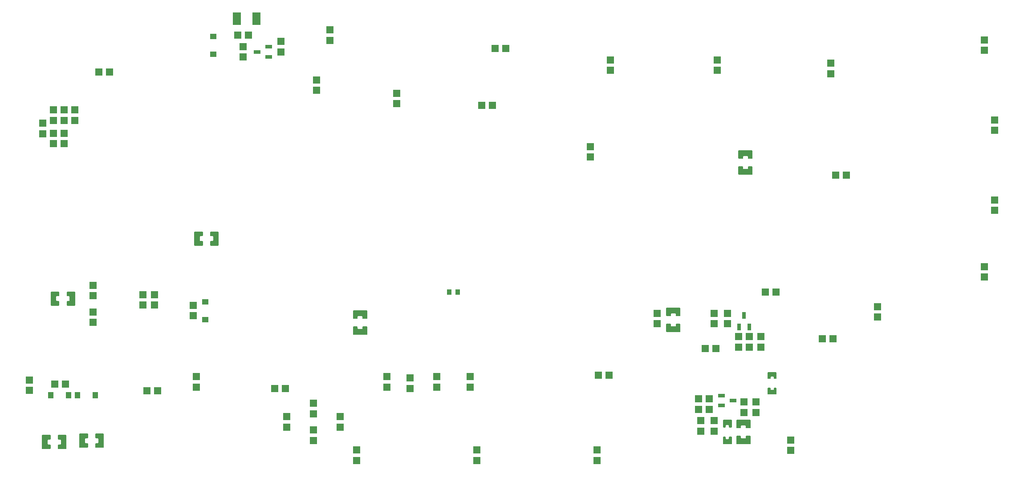
<source format=gbp>
G04 Layer: BottomPasteMaskLayer*
G04 EasyEDA v6.5.39, 2024-02-04 17:50:00*
G04 ca02cd42b7a24e50ad9d11446f9c8c94,5509f98a9368439c9cde498926e245b9,10*
G04 Gerber Generator version 0.2*
G04 Scale: 100 percent, Rotated: No, Reflected: No *
G04 Dimensions in inches *
G04 leading zeros omitted , absolute positions ,3 integer and 6 decimal *
%FSLAX36Y36*%
%MOIN*%

%AMMACRO1*21,1,$1,$2,0,0,$3*%
%ADD10MACRO1,0.025X0.05X-90.0000*%
%ADD11MACRO1,0.025X0.05X0.0000*%
%ADD12MACRO1,0.025X0.05X90.0000*%
%ADD13R,0.0532X0.0555*%
%ADD14MACRO1,0.0532X0.0555X0.0000*%
%ADD15MACRO1,0.0532X0.0555X-90.0000*%
%ADD16MACRO1,0.0532X0.0555X90.0000*%
%ADD17MACRO1,0.0374X0.0453X0.0000*%
%ADD18MACRO1,0.0374X0.0453X90.0000*%
%ADD19MACRO1,0.0935X0.0593X-90.0000*%
%ADD20MACRO1,0.0374X0.0453X-90.0000*%
%ADD21MACRO1,0.036X0.038X0.0000*%
%ADD22C,0.0141*%

%LPD*%
G36*
X5880460Y930560D02*
G01*
X5876520Y926620D01*
X5876520Y886940D01*
X5880460Y883020D01*
X5939539Y883020D01*
X5943480Y886940D01*
X5943480Y926620D01*
X5939539Y930560D01*
X5925320Y930560D01*
X5921380Y926620D01*
X5921380Y918319D01*
X5917440Y914380D01*
X5902560Y914380D01*
X5898620Y918319D01*
X5898620Y926620D01*
X5894680Y930560D01*
G37*
G36*
X5880460Y1046979D02*
G01*
X5876520Y1043060D01*
X5876520Y1003379D01*
X5880460Y999440D01*
X5894680Y999440D01*
X5898620Y1003379D01*
X5898620Y1011680D01*
X5902560Y1015620D01*
X5917440Y1015620D01*
X5921380Y1011680D01*
X5921380Y1003379D01*
X5925320Y999440D01*
X5939539Y999440D01*
X5943480Y1003379D01*
X5943480Y1043060D01*
X5939539Y1046979D01*
G37*
G36*
X447000Y578160D02*
G01*
X443080Y574220D01*
X443080Y475780D01*
X447000Y471840D01*
X503500Y471840D01*
X507440Y475780D01*
X507440Y503000D01*
X503500Y506920D01*
X489500Y506920D01*
X485560Y510860D01*
X485560Y539140D01*
X489500Y543080D01*
X503500Y543080D01*
X507440Y547000D01*
X507440Y574220D01*
X503500Y578160D01*
G37*
G36*
X566500Y578160D02*
G01*
X562560Y574220D01*
X562560Y547000D01*
X566500Y543080D01*
X580500Y543080D01*
X584440Y539140D01*
X584440Y510860D01*
X580500Y506920D01*
X566500Y506920D01*
X562560Y503000D01*
X562560Y475780D01*
X566500Y471840D01*
X623000Y471840D01*
X626920Y475780D01*
X626920Y574220D01*
X623000Y578160D01*
G37*
G36*
X727000Y588160D02*
G01*
X723080Y584220D01*
X723080Y485780D01*
X727000Y481840D01*
X783500Y481840D01*
X787440Y485780D01*
X787440Y513000D01*
X783500Y516920D01*
X769500Y516920D01*
X765560Y520860D01*
X765560Y549140D01*
X769500Y553080D01*
X783500Y553080D01*
X787440Y557000D01*
X787440Y584220D01*
X783500Y588160D01*
G37*
G36*
X846500Y588160D02*
G01*
X842560Y584220D01*
X842560Y557000D01*
X846500Y553080D01*
X860500Y553080D01*
X864440Y549140D01*
X864440Y520860D01*
X860500Y516920D01*
X846500Y516920D01*
X842560Y513000D01*
X842560Y485780D01*
X846500Y481840D01*
X903000Y481840D01*
X906919Y485780D01*
X906919Y584220D01*
X903000Y588160D01*
G37*
G36*
X631500Y1653160D02*
G01*
X627560Y1649220D01*
X627560Y1622000D01*
X631500Y1618080D01*
X645500Y1618080D01*
X649440Y1614139D01*
X649440Y1585860D01*
X645500Y1581920D01*
X631500Y1581920D01*
X627560Y1578000D01*
X627560Y1550780D01*
X631500Y1546840D01*
X688000Y1546840D01*
X691919Y1550780D01*
X691919Y1649220D01*
X688000Y1653160D01*
G37*
G36*
X512000Y1653160D02*
G01*
X508080Y1649220D01*
X508080Y1550780D01*
X512000Y1546840D01*
X568500Y1546840D01*
X572440Y1550780D01*
X572440Y1578000D01*
X568500Y1581920D01*
X554500Y1581920D01*
X550560Y1585860D01*
X550560Y1614139D01*
X554500Y1618080D01*
X568500Y1618080D01*
X572440Y1622000D01*
X572440Y1649220D01*
X568500Y1653160D01*
G37*
G36*
X1587000Y2103160D02*
G01*
X1583080Y2099220D01*
X1583080Y2000780D01*
X1587000Y1996840D01*
X1643500Y1996840D01*
X1647440Y2000780D01*
X1647440Y2028000D01*
X1643500Y2031920D01*
X1629500Y2031920D01*
X1625560Y2035860D01*
X1625560Y2064139D01*
X1629500Y2068080D01*
X1643500Y2068080D01*
X1647440Y2072000D01*
X1647440Y2099220D01*
X1643500Y2103160D01*
G37*
G36*
X1706500Y2103160D02*
G01*
X1702560Y2099220D01*
X1702560Y2072000D01*
X1706500Y2068080D01*
X1720500Y2068080D01*
X1724440Y2064139D01*
X1724440Y2035860D01*
X1720500Y2031920D01*
X1706500Y2031920D01*
X1702560Y2028000D01*
X1702560Y2000780D01*
X1706500Y1996840D01*
X1763000Y1996840D01*
X1766920Y2000780D01*
X1766920Y2099220D01*
X1763000Y2103160D01*
G37*
G36*
X2775779Y1511920D02*
G01*
X2771860Y1508000D01*
X2771860Y1451500D01*
X2775779Y1447560D01*
X2803000Y1447560D01*
X2806920Y1451500D01*
X2806920Y1465500D01*
X2810860Y1469440D01*
X2839140Y1469440D01*
X2843080Y1465500D01*
X2843080Y1451500D01*
X2847000Y1447560D01*
X2874220Y1447560D01*
X2878140Y1451500D01*
X2878140Y1508000D01*
X2874220Y1511920D01*
G37*
G36*
X2775779Y1392440D02*
G01*
X2771860Y1388500D01*
X2771860Y1332000D01*
X2775779Y1328080D01*
X2874220Y1328080D01*
X2878140Y1332000D01*
X2878140Y1388500D01*
X2874220Y1392440D01*
X2847000Y1392440D01*
X2843080Y1388500D01*
X2843080Y1374500D01*
X2839140Y1370560D01*
X2810860Y1370560D01*
X2806920Y1374500D01*
X2806920Y1388500D01*
X2803000Y1392440D01*
G37*
G36*
X5660780Y2711920D02*
G01*
X5656860Y2708000D01*
X5656860Y2651500D01*
X5660780Y2647559D01*
X5688000Y2647559D01*
X5691920Y2651500D01*
X5691920Y2665500D01*
X5695860Y2669440D01*
X5724140Y2669440D01*
X5728080Y2665500D01*
X5728080Y2651500D01*
X5732000Y2647559D01*
X5759220Y2647559D01*
X5763140Y2651500D01*
X5763140Y2708000D01*
X5759220Y2711920D01*
G37*
G36*
X5660780Y2592440D02*
G01*
X5656860Y2588500D01*
X5656860Y2532000D01*
X5660780Y2528080D01*
X5759220Y2528080D01*
X5763140Y2532000D01*
X5763140Y2588500D01*
X5759220Y2592440D01*
X5732000Y2592440D01*
X5728080Y2588500D01*
X5728080Y2574500D01*
X5724140Y2570560D01*
X5695860Y2570560D01*
X5691920Y2574500D01*
X5691920Y2588500D01*
X5688000Y2592440D01*
G37*
G36*
X5120780Y1412440D02*
G01*
X5116860Y1408500D01*
X5116860Y1352000D01*
X5120780Y1348080D01*
X5219220Y1348080D01*
X5223140Y1352000D01*
X5223140Y1408500D01*
X5219220Y1412440D01*
X5192000Y1412440D01*
X5188080Y1408500D01*
X5188080Y1394500D01*
X5184140Y1390560D01*
X5155860Y1390560D01*
X5151920Y1394500D01*
X5151920Y1408500D01*
X5148000Y1412440D01*
G37*
G36*
X5120780Y1531920D02*
G01*
X5116860Y1528000D01*
X5116860Y1471500D01*
X5120780Y1467560D01*
X5148000Y1467560D01*
X5151920Y1471500D01*
X5151920Y1485500D01*
X5155860Y1489440D01*
X5184140Y1489440D01*
X5188080Y1485500D01*
X5188080Y1471500D01*
X5192000Y1467560D01*
X5219220Y1467560D01*
X5223140Y1471500D01*
X5223140Y1528000D01*
X5219220Y1531920D01*
G37*
G36*
X5544920Y566540D02*
G01*
X5540980Y562600D01*
X5540980Y512000D01*
X5544920Y508080D01*
X5605080Y508080D01*
X5609020Y512000D01*
X5609020Y562600D01*
X5605080Y566540D01*
X5590500Y566540D01*
X5586559Y562600D01*
X5586559Y550600D01*
X5582619Y546660D01*
X5567380Y546660D01*
X5563440Y550600D01*
X5563440Y562600D01*
X5559500Y566540D01*
G37*
G36*
X5544920Y691919D02*
G01*
X5540980Y688000D01*
X5540980Y637400D01*
X5544920Y633460D01*
X5559500Y633460D01*
X5563440Y637400D01*
X5563440Y649400D01*
X5567380Y653340D01*
X5582619Y653340D01*
X5586559Y649400D01*
X5586559Y637400D01*
X5590500Y633460D01*
X5605080Y633460D01*
X5609020Y637400D01*
X5609020Y688000D01*
X5605080Y691919D01*
G37*
G36*
X5645780Y572440D02*
G01*
X5641860Y568500D01*
X5641860Y512000D01*
X5645780Y508080D01*
X5744220Y508080D01*
X5748140Y512000D01*
X5748140Y568500D01*
X5744220Y572440D01*
X5717000Y572440D01*
X5713080Y568500D01*
X5713080Y554500D01*
X5709140Y550560D01*
X5680860Y550560D01*
X5676920Y554500D01*
X5676920Y568500D01*
X5673000Y572440D01*
G37*
G36*
X5645780Y691919D02*
G01*
X5641860Y688000D01*
X5641860Y631500D01*
X5645780Y627560D01*
X5673000Y627560D01*
X5676920Y631500D01*
X5676920Y645500D01*
X5680860Y649440D01*
X5709140Y649440D01*
X5713080Y645500D01*
X5713080Y631500D01*
X5717000Y627560D01*
X5744220Y627560D01*
X5748140Y631500D01*
X5748140Y688000D01*
X5744220Y691919D01*
G37*
D10*
G01*
X2056689Y3450000D03*
G01*
X2143310Y3487399D03*
G01*
X2143310Y3412600D03*
D11*
G01*
X5700000Y1473310D03*
G01*
X5737399Y1386689D03*
G01*
X5662600Y1386689D03*
D12*
G01*
X5618310Y835000D03*
G01*
X5531689Y797600D03*
G01*
X5531689Y872399D03*
D13*
G01*
X2275000Y635630D03*
D14*
G01*
X2275005Y714370D03*
D13*
G01*
X5825000Y1314369D03*
D14*
G01*
X5825005Y1235625D03*
D13*
G01*
X2675000Y714369D03*
D14*
G01*
X2675005Y635625D03*
D13*
G01*
X2800000Y464369D03*
D14*
G01*
X2800005Y385625D03*
D13*
G01*
X6700000Y1539369D03*
D14*
G01*
X6700005Y1460625D03*
D13*
G01*
X1600000Y935630D03*
D14*
G01*
X1600000Y1014370D03*
D15*
G01*
X2264375Y924995D03*
G01*
X2185630Y924995D03*
D13*
G01*
X3700000Y464369D03*
D14*
G01*
X3700005Y385625D03*
D13*
G01*
X3650000Y1014369D03*
D14*
G01*
X3650005Y935625D03*
D16*
G01*
X4610630Y1024995D03*
G01*
X4689375Y1024995D03*
D13*
G01*
X3200000Y925630D03*
D14*
G01*
X3200005Y1004370D03*
D13*
G01*
X4600000Y464369D03*
D14*
G01*
X4600005Y385625D03*
D16*
G01*
X5860630Y1649995D03*
G01*
X5939375Y1649995D03*
D13*
G01*
X4550000Y2739369D03*
D14*
G01*
X4550005Y2660625D03*
D13*
G01*
X3100000Y3060630D03*
D14*
G01*
X3100005Y3139370D03*
D15*
G01*
X3814375Y3049995D03*
G01*
X3735630Y3049995D03*
D13*
G01*
X2600000Y3614369D03*
D14*
G01*
X2600005Y3535625D03*
D13*
G01*
X5500000Y3310630D03*
D14*
G01*
X5500005Y3389370D03*
D13*
G01*
X4700000Y3310630D03*
D14*
G01*
X4700005Y3389370D03*
D13*
G01*
X5050000Y1410630D03*
D14*
G01*
X5050005Y1489370D03*
D13*
G01*
X2500000Y3239369D03*
D14*
G01*
X2500005Y3160625D03*
D13*
G01*
X7500000Y3460630D03*
D14*
G01*
X7500005Y3539370D03*
D15*
G01*
X6364375Y1299995D03*
G01*
X6285630Y1299995D03*
D13*
G01*
X6350000Y3364369D03*
D14*
G01*
X6350005Y3285625D03*
D13*
G01*
X7575000Y2260630D03*
D14*
G01*
X7575005Y2339370D03*
D13*
G01*
X7575000Y2860630D03*
D14*
G01*
X7575005Y2939370D03*
D13*
G01*
X7500000Y1760630D03*
D14*
G01*
X7500005Y1839370D03*
D15*
G01*
X6464375Y2524995D03*
G01*
X6385630Y2524995D03*
D13*
G01*
X825000Y1499369D03*
D14*
G01*
X825004Y1420625D03*
D15*
G01*
X949375Y3299995D03*
G01*
X870629Y3299995D03*
D13*
G01*
X350000Y989369D03*
D14*
G01*
X350004Y910625D03*
G01*
X825004Y1620625D03*
D13*
G01*
X825000Y1699369D03*
D14*
G01*
X1200000Y1629370D03*
D13*
G01*
X1200000Y1550630D03*
D14*
G01*
X5700005Y745625D03*
D13*
G01*
X5700000Y824369D03*
D14*
G01*
X5790005Y824370D03*
D13*
G01*
X5790000Y745630D03*
D17*
G01*
X641630Y875000D03*
G01*
X508369Y875000D03*
G01*
X708369Y875000D03*
G01*
X841630Y875000D03*
D15*
G01*
X540629Y959995D03*
G01*
X619375Y959995D03*
D14*
G01*
X450004Y2914370D03*
D13*
G01*
X450000Y2835630D03*
D14*
G01*
X530004Y3014370D03*
D13*
G01*
X530000Y2935630D03*
D14*
G01*
X610004Y3014370D03*
D13*
G01*
X610000Y2935630D03*
D14*
G01*
X690004Y3014370D03*
D13*
G01*
X690000Y2935630D03*
D14*
G01*
X530004Y2839370D03*
D13*
G01*
X530000Y2760630D03*
D14*
G01*
X610004Y2760625D03*
D13*
G01*
X610000Y2839369D03*
D18*
G01*
X1665000Y1576630D03*
G01*
X1665000Y1443370D03*
D14*
G01*
X1575000Y1470625D03*
D13*
G01*
X1575000Y1549369D03*
D14*
G01*
X6050005Y539370D03*
D13*
G01*
X6050000Y460630D03*
D14*
G01*
X2475005Y814370D03*
D13*
G01*
X2475000Y735630D03*
D14*
G01*
X2475005Y614370D03*
D13*
G01*
X2475000Y535630D03*
D16*
G01*
X1309375Y909995D03*
G01*
X1230630Y909995D03*
D14*
G01*
X1950005Y3489370D03*
D13*
G01*
X1950000Y3410630D03*
D16*
G01*
X1989375Y3574995D03*
G01*
X1910630Y3574995D03*
D14*
G01*
X5575005Y1489370D03*
D13*
G01*
X5575000Y1410630D03*
D14*
G01*
X5475005Y1489370D03*
D13*
G01*
X5475000Y1410630D03*
D16*
G01*
X5489375Y1224995D03*
G01*
X5410630Y1224995D03*
D14*
G01*
X5475005Y605625D03*
D13*
G01*
X5475000Y684369D03*
D16*
G01*
X5439375Y849995D03*
G01*
X5360630Y849995D03*
G01*
X5739375Y1234995D03*
G01*
X5660630Y1234995D03*
G01*
X5739375Y1314995D03*
G01*
X5660630Y1314995D03*
D15*
G01*
X5360630Y769995D03*
G01*
X5439375Y769995D03*
D14*
G01*
X3400005Y1014370D03*
D13*
G01*
X3400000Y935630D03*
D14*
G01*
X3025005Y1014370D03*
D13*
G01*
X3025000Y935630D03*
D14*
G01*
X2231694Y3448525D03*
D13*
G01*
X2231689Y3527269D03*
D14*
G01*
X5375005Y605625D03*
D13*
G01*
X5375000Y684369D03*
D15*
G01*
X3835630Y3474995D03*
G01*
X3914375Y3474995D03*
D13*
G01*
X1285000Y1629369D03*
D14*
G01*
X1285000Y1550625D03*
D19*
G01*
X2048249Y3700000D03*
G01*
X1901750Y3700000D03*
D20*
G01*
X1725000Y3433370D03*
G01*
X1725000Y3566630D03*
D21*
G01*
X3493499Y1650000D03*
G01*
X3556500Y1650000D03*
M02*

</source>
